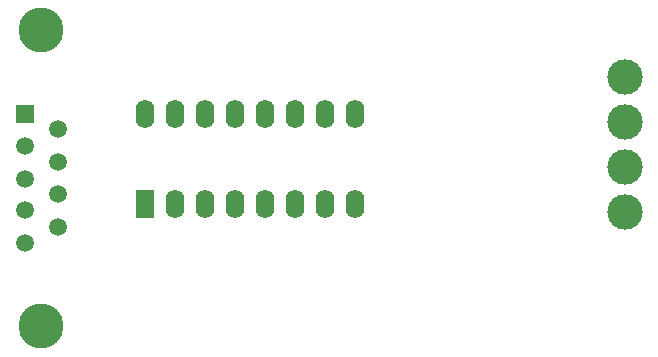
<source format=gbr>
G04 #@! TF.FileFunction,Copper,L2,Bot,Signal*
%FSLAX46Y46*%
G04 Gerber Fmt 4.6, Leading zero omitted, Abs format (unit mm)*
G04 Created by KiCad (PCBNEW 4.0.4-stable) date 03/21/17 18:45:28*
%MOMM*%
%LPD*%
G01*
G04 APERTURE LIST*
%ADD10C,0.100000*%
%ADD11C,3.810000*%
%ADD12R,1.520000X1.520000*%
%ADD13C,1.520000*%
%ADD14C,2.999740*%
%ADD15R,1.600000X2.400000*%
%ADD16O,1.600000X2.400000*%
G04 APERTURE END LIST*
D10*
D11*
X92840000Y-106810000D03*
X92840000Y-81790000D03*
D12*
X91440000Y-88900000D03*
D13*
X91440000Y-91570000D03*
X91440000Y-94360000D03*
X91440000Y-97030000D03*
X91440000Y-99820000D03*
X94230000Y-90170000D03*
X94230000Y-92960000D03*
X94230000Y-95630000D03*
X94230000Y-98430000D03*
D14*
X142240000Y-97155000D03*
X142240000Y-93345000D03*
X142240000Y-89535000D03*
X142240000Y-85725000D03*
D15*
X101600000Y-96520000D03*
D16*
X119380000Y-88900000D03*
X104140000Y-96520000D03*
X116840000Y-88900000D03*
X106680000Y-96520000D03*
X114300000Y-88900000D03*
X109220000Y-96520000D03*
X111760000Y-88900000D03*
X111760000Y-96520000D03*
X109220000Y-88900000D03*
X114300000Y-96520000D03*
X106680000Y-88900000D03*
X116840000Y-96520000D03*
X104140000Y-88900000D03*
X119380000Y-96520000D03*
X101600000Y-88900000D03*
M02*

</source>
